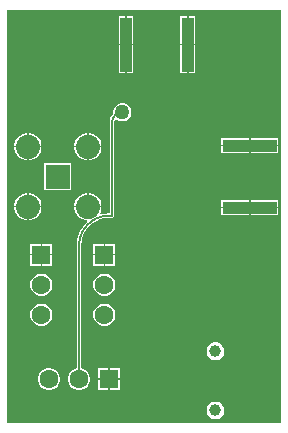
<source format=gbl>
G04*
G04 #@! TF.GenerationSoftware,Altium Limited,Altium Designer,24.1.2 (44)*
G04*
G04 Layer_Physical_Order=2*
G04 Layer_Color=16711680*
%FSLAX44Y44*%
%MOMM*%
G71*
G04*
G04 #@! TF.SameCoordinates,CE4EC833-A4B3-435F-913A-33A71637FA1F*
G04*
G04*
G04 #@! TF.FilePolarity,Positive*
G04*
G01*
G75*
%ADD15R,1.0000X4.5600*%
%ADD29R,4.5600X1.0000*%
%ADD42C,0.1270*%
%ADD47R,1.6000X1.6000*%
%ADD48C,1.6000*%
%ADD49C,1.0000*%
%ADD50C,2.0500*%
%ADD51R,2.0500X2.0500*%
%ADD52R,1.6000X1.6000*%
%ADD53C,1.2700*%
%ADD54C,0.5080*%
G36*
X797560Y781050D02*
X565150D01*
Y1130300D01*
X797560D01*
Y781050D01*
D02*
G37*
%LPC*%
G36*
X724620Y1125160D02*
X718985D01*
Y1101725D01*
X724620D01*
Y1125160D01*
D02*
G37*
G36*
X717715D02*
X712080D01*
Y1101725D01*
X717715D01*
Y1125160D01*
D02*
G37*
G36*
X672220D02*
X666585D01*
Y1101725D01*
X672220D01*
Y1125160D01*
D02*
G37*
G36*
X665315D02*
X659680D01*
Y1101725D01*
X665315D01*
Y1125160D01*
D02*
G37*
G36*
X724620Y1100455D02*
X718985D01*
Y1077020D01*
X724620D01*
Y1100455D01*
D02*
G37*
G36*
X717715D02*
X712080D01*
Y1077020D01*
X717715D01*
Y1100455D01*
D02*
G37*
G36*
X672220D02*
X666585D01*
Y1077020D01*
X672220D01*
Y1100455D01*
D02*
G37*
G36*
X665315D02*
X659680D01*
Y1077020D01*
X665315D01*
Y1100455D01*
D02*
G37*
G36*
X663943Y1051560D02*
X661937D01*
X659999Y1051041D01*
X658261Y1050038D01*
X656842Y1048619D01*
X655839Y1046881D01*
X655320Y1044943D01*
Y1042937D01*
X655348Y1042831D01*
X655241Y1042749D01*
X653511Y1040494D01*
X652423Y1037868D01*
X652052Y1035050D01*
X652108D01*
Y959322D01*
X651510Y958299D01*
X647225Y957962D01*
X644704Y957357D01*
X643876Y958464D01*
X644465Y959483D01*
X645250Y962413D01*
Y963295D01*
X622210D01*
Y962413D01*
X622995Y959483D01*
X624512Y956857D01*
X626657Y954712D01*
X629283Y953195D01*
X632213Y952410D01*
X632805D01*
X633245Y951218D01*
X632143Y950277D01*
X629352Y947009D01*
X627106Y943344D01*
X625461Y939374D01*
X624458Y935195D01*
X624121Y930910D01*
X624168D01*
Y826956D01*
X622532Y826518D01*
X620418Y825298D01*
X618692Y823572D01*
X617472Y821458D01*
X616840Y819100D01*
Y816660D01*
X617472Y814302D01*
X618692Y812188D01*
X620418Y810462D01*
X622532Y809242D01*
X624890Y808610D01*
X627330D01*
X629688Y809242D01*
X631802Y810462D01*
X633528Y812188D01*
X634748Y814302D01*
X635380Y816660D01*
Y819100D01*
X634748Y821458D01*
X633528Y823572D01*
X631802Y825298D01*
X629688Y826518D01*
X628052Y826956D01*
Y930910D01*
X628037Y930989D01*
X628480Y935491D01*
X629816Y939896D01*
X631986Y943955D01*
X634906Y947514D01*
X638465Y950434D01*
X639532Y951004D01*
X639559Y950995D01*
X639628Y951024D01*
X640235Y951347D01*
X640733Y951612D01*
X640821Y951648D01*
X641326Y951935D01*
X642413Y952544D01*
X642524Y952604D01*
X646929Y953940D01*
X651431Y954383D01*
X651510Y954368D01*
X654050D01*
X654793Y954516D01*
X655423Y954937D01*
X655844Y955567D01*
X655992Y956310D01*
Y1035050D01*
X656023D01*
X656258Y1036840D01*
X656613Y1037695D01*
X658111Y1037993D01*
X658261Y1037842D01*
X659999Y1036839D01*
X661937Y1036320D01*
X663943D01*
X665881Y1036839D01*
X667619Y1037842D01*
X669037Y1039261D01*
X670041Y1040999D01*
X670560Y1042937D01*
Y1044943D01*
X670041Y1046881D01*
X669037Y1048619D01*
X667619Y1050038D01*
X665881Y1051041D01*
X663943Y1051560D01*
D02*
G37*
G36*
X794960Y1021800D02*
X771525D01*
Y1016165D01*
X794960D01*
Y1021800D01*
D02*
G37*
G36*
X770255D02*
X746820D01*
Y1016165D01*
X770255D01*
Y1021800D01*
D02*
G37*
G36*
X635247Y1026250D02*
X634365D01*
Y1015365D01*
X645250D01*
Y1016247D01*
X644465Y1019176D01*
X642948Y1021803D01*
X640803Y1023948D01*
X638176Y1025465D01*
X635247Y1026250D01*
D02*
G37*
G36*
X633095D02*
X632213D01*
X629283Y1025465D01*
X626657Y1023948D01*
X624512Y1021803D01*
X622995Y1019176D01*
X622210Y1016247D01*
Y1015365D01*
X633095D01*
Y1026250D01*
D02*
G37*
G36*
X584447D02*
X583565D01*
Y1015365D01*
X594450D01*
Y1016247D01*
X593665Y1019176D01*
X592148Y1021803D01*
X590003Y1023948D01*
X587377Y1025465D01*
X584447Y1026250D01*
D02*
G37*
G36*
X582295D02*
X581413D01*
X578484Y1025465D01*
X575857Y1023948D01*
X573712Y1021803D01*
X572195Y1019176D01*
X571410Y1016247D01*
Y1015365D01*
X582295D01*
Y1026250D01*
D02*
G37*
G36*
X794960Y1014895D02*
X771525D01*
Y1009260D01*
X794960D01*
Y1014895D01*
D02*
G37*
G36*
X770255D02*
X746820D01*
Y1009260D01*
X770255D01*
Y1014895D01*
D02*
G37*
G36*
X645250Y1014095D02*
X634365D01*
Y1003210D01*
X635247D01*
X638176Y1003995D01*
X640803Y1005512D01*
X642948Y1007657D01*
X644465Y1010284D01*
X645250Y1013213D01*
Y1014095D01*
D02*
G37*
G36*
X633095D02*
X622210D01*
Y1013213D01*
X622995Y1010284D01*
X624512Y1007657D01*
X626657Y1005512D01*
X629283Y1003995D01*
X632213Y1003210D01*
X633095D01*
Y1014095D01*
D02*
G37*
G36*
X594450D02*
X583565D01*
Y1003210D01*
X584447D01*
X587377Y1003995D01*
X590003Y1005512D01*
X592148Y1007657D01*
X593665Y1010284D01*
X594450Y1013213D01*
Y1014095D01*
D02*
G37*
G36*
X582295D02*
X571410D01*
Y1013213D01*
X572195Y1010284D01*
X573712Y1007657D01*
X575857Y1005512D01*
X578484Y1003995D01*
X581413Y1003210D01*
X582295D01*
Y1014095D01*
D02*
G37*
G36*
X619850Y1000850D02*
X596810D01*
Y977810D01*
X619850D01*
Y1000850D01*
D02*
G37*
G36*
X635247Y975450D02*
X634365D01*
Y964565D01*
X645250D01*
Y965447D01*
X644465Y968376D01*
X642948Y971003D01*
X640803Y973148D01*
X638176Y974665D01*
X635247Y975450D01*
D02*
G37*
G36*
X633095D02*
X632213D01*
X629283Y974665D01*
X626657Y973148D01*
X624512Y971003D01*
X622995Y968376D01*
X622210Y965447D01*
Y964565D01*
X633095D01*
Y975450D01*
D02*
G37*
G36*
X584447D02*
X583565D01*
Y964565D01*
X594450D01*
Y965447D01*
X593665Y968376D01*
X592148Y971003D01*
X590003Y973148D01*
X587377Y974665D01*
X584447Y975450D01*
D02*
G37*
G36*
X582295D02*
X581413D01*
X578484Y974665D01*
X575857Y973148D01*
X573712Y971003D01*
X572195Y968376D01*
X571410Y965447D01*
Y964565D01*
X582295D01*
Y975450D01*
D02*
G37*
G36*
X794960Y969400D02*
X771525D01*
Y963765D01*
X794960D01*
Y969400D01*
D02*
G37*
G36*
X770255D02*
X746820D01*
Y963765D01*
X770255D01*
Y969400D01*
D02*
G37*
G36*
X794960Y962495D02*
X771525D01*
Y956860D01*
X794960D01*
Y962495D01*
D02*
G37*
G36*
X770255D02*
X746820D01*
Y956860D01*
X770255D01*
Y962495D01*
D02*
G37*
G36*
X594450Y963295D02*
X583565D01*
Y952410D01*
X584447D01*
X587377Y953195D01*
X590003Y954712D01*
X592148Y956857D01*
X593665Y959483D01*
X594450Y962413D01*
Y963295D01*
D02*
G37*
G36*
X582295D02*
X571410D01*
Y962413D01*
X572195Y959483D01*
X573712Y956857D01*
X575857Y954712D01*
X578484Y953195D01*
X581413Y952410D01*
X582295D01*
Y963295D01*
D02*
G37*
G36*
X656970Y932560D02*
X648335D01*
Y923925D01*
X656970D01*
Y932560D01*
D02*
G37*
G36*
X603630D02*
X594995D01*
Y923925D01*
X603630D01*
Y932560D01*
D02*
G37*
G36*
X647065D02*
X638430D01*
Y923925D01*
X647065D01*
Y932560D01*
D02*
G37*
G36*
X593725D02*
X585090D01*
Y923925D01*
X593725D01*
Y932560D01*
D02*
G37*
G36*
X656970Y922655D02*
X648335D01*
Y914020D01*
X656970D01*
Y922655D01*
D02*
G37*
G36*
X647065D02*
X638430D01*
Y914020D01*
X647065D01*
Y922655D01*
D02*
G37*
G36*
X603630D02*
X594995D01*
Y914020D01*
X603630D01*
Y922655D01*
D02*
G37*
G36*
X593725D02*
X585090D01*
Y914020D01*
X593725D01*
Y922655D01*
D02*
G37*
G36*
X648920Y907160D02*
X646480D01*
X644122Y906528D01*
X642008Y905308D01*
X640282Y903582D01*
X639062Y901468D01*
X638430Y899110D01*
Y896670D01*
X639062Y894312D01*
X640282Y892198D01*
X642008Y890472D01*
X644122Y889252D01*
X646480Y888620D01*
X648920D01*
X651278Y889252D01*
X653392Y890472D01*
X655118Y892198D01*
X656338Y894312D01*
X656970Y896670D01*
Y899110D01*
X656338Y901468D01*
X655118Y903582D01*
X653392Y905308D01*
X651278Y906528D01*
X648920Y907160D01*
D02*
G37*
G36*
X595580D02*
X593140D01*
X590782Y906528D01*
X588668Y905308D01*
X586942Y903582D01*
X585722Y901468D01*
X585090Y899110D01*
Y896670D01*
X585722Y894312D01*
X586942Y892198D01*
X588668Y890472D01*
X590782Y889252D01*
X593140Y888620D01*
X595580D01*
X597938Y889252D01*
X600052Y890472D01*
X601778Y892198D01*
X602998Y894312D01*
X603630Y896670D01*
Y899110D01*
X602998Y901468D01*
X601778Y903582D01*
X600052Y905308D01*
X597938Y906528D01*
X595580Y907160D01*
D02*
G37*
G36*
X648920Y881760D02*
X646480D01*
X644122Y881128D01*
X642008Y879908D01*
X640282Y878182D01*
X639062Y876068D01*
X638430Y873710D01*
Y871270D01*
X639062Y868912D01*
X640282Y866798D01*
X642008Y865072D01*
X644122Y863852D01*
X646480Y863220D01*
X648920D01*
X651278Y863852D01*
X653392Y865072D01*
X655118Y866798D01*
X656338Y868912D01*
X656970Y871270D01*
Y873710D01*
X656338Y876068D01*
X655118Y878182D01*
X653392Y879908D01*
X651278Y881128D01*
X648920Y881760D01*
D02*
G37*
G36*
X595580D02*
X593140D01*
X590782Y881128D01*
X588668Y879908D01*
X586942Y878182D01*
X585722Y876068D01*
X585090Y873710D01*
Y871270D01*
X585722Y868912D01*
X586942Y866798D01*
X588668Y865072D01*
X590782Y863852D01*
X593140Y863220D01*
X595580D01*
X597938Y863852D01*
X600052Y865072D01*
X601778Y866798D01*
X602998Y868912D01*
X603630Y871270D01*
Y873710D01*
X602998Y876068D01*
X601778Y878182D01*
X600052Y879908D01*
X597938Y881128D01*
X595580Y881760D01*
D02*
G37*
G36*
X742667Y848961D02*
X740693D01*
X738785Y848450D01*
X737075Y847462D01*
X735678Y846066D01*
X734691Y844356D01*
X734180Y842448D01*
Y840473D01*
X734691Y838566D01*
X735678Y836856D01*
X737075Y835459D01*
X738785Y834472D01*
X740693Y833961D01*
X742667D01*
X744575Y834472D01*
X746285Y835459D01*
X747682Y836856D01*
X748669Y838566D01*
X749180Y840473D01*
Y842448D01*
X748669Y844356D01*
X747682Y846066D01*
X746285Y847462D01*
X744575Y848450D01*
X742667Y848961D01*
D02*
G37*
G36*
X660780Y827150D02*
X652145D01*
Y818515D01*
X660780D01*
Y827150D01*
D02*
G37*
G36*
X650875D02*
X642240D01*
Y818515D01*
X650875D01*
Y827150D01*
D02*
G37*
G36*
X660780Y817245D02*
X652145D01*
Y808610D01*
X660780D01*
Y817245D01*
D02*
G37*
G36*
X650875D02*
X642240D01*
Y808610D01*
X650875D01*
Y817245D01*
D02*
G37*
G36*
X601930Y827150D02*
X599490D01*
X597132Y826518D01*
X595018Y825298D01*
X593292Y823572D01*
X592072Y821458D01*
X591440Y819100D01*
Y816660D01*
X592072Y814302D01*
X593292Y812188D01*
X595018Y810462D01*
X597132Y809242D01*
X599490Y808610D01*
X601930D01*
X604288Y809242D01*
X606402Y810462D01*
X608128Y812188D01*
X609348Y814302D01*
X609980Y816660D01*
Y819100D01*
X609348Y821458D01*
X608128Y823572D01*
X606402Y825298D01*
X604288Y826518D01*
X601930Y827150D01*
D02*
G37*
G36*
X742667Y798961D02*
X740693D01*
X738785Y798450D01*
X737075Y797462D01*
X735678Y796066D01*
X734691Y794356D01*
X734180Y792448D01*
Y790473D01*
X734691Y788566D01*
X735678Y786856D01*
X737075Y785459D01*
X738785Y784472D01*
X740693Y783961D01*
X742667D01*
X744575Y784472D01*
X746285Y785459D01*
X747682Y786856D01*
X748669Y788566D01*
X749180Y790473D01*
Y792448D01*
X748669Y794356D01*
X747682Y796066D01*
X746285Y797462D01*
X744575Y798450D01*
X742667Y798961D01*
D02*
G37*
%LPD*%
D15*
X718350Y1101090D02*
D03*
X665950D02*
D03*
D29*
X770890Y963130D02*
D03*
Y1015530D02*
D03*
D42*
X662940Y1043940D02*
G03*
X654050Y1035050I0J-8890D01*
G01*
X651510Y956310D02*
G03*
X640352Y953728I0J-25400D01*
G01*
X638605Y952787D02*
G03*
X626110Y930910I12905J-21877D01*
G01*
X638714Y952844D02*
G03*
X638605Y952787I528J-1155D01*
G01*
X638714Y952844D02*
G03*
X640241Y953666I-4985J11086D01*
G01*
X640352Y953728D02*
G03*
X640241Y953666I563J-1138D01*
G01*
X654050Y956310D02*
Y1035050D01*
X651510Y956310D02*
X654050D01*
X626110Y817880D02*
Y930910D01*
D47*
X647700Y923290D02*
D03*
X594360D02*
D03*
D48*
X647700Y897890D02*
D03*
Y872490D02*
D03*
X626110Y817880D02*
D03*
X600710D02*
D03*
X594360Y897890D02*
D03*
Y872490D02*
D03*
D49*
X741680Y841461D02*
D03*
Y791461D02*
D03*
D50*
X633730Y1014730D02*
D03*
Y963930D02*
D03*
X582930D02*
D03*
Y1014730D02*
D03*
D51*
X608330Y989330D02*
D03*
D52*
X651510Y817880D02*
D03*
D53*
X662940Y1043940D02*
D03*
X647700Y923290D02*
D03*
X594360D02*
D03*
X669290Y967740D02*
D03*
X715010D02*
D03*
X713740Y1007110D02*
D03*
X666750D02*
D03*
D54*
X690880Y989330D02*
D03*
M02*

</source>
